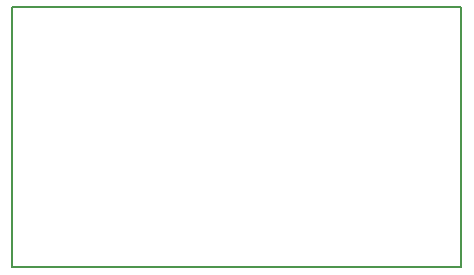
<source format=gbr>
G04 #@! TF.GenerationSoftware,KiCad,Pcbnew,(5.0.0)*
G04 #@! TF.CreationDate,2018-08-26T21:31:10+02:00*
G04 #@! TF.ProjectId,1u_lpg,31755F6C70672E6B696361645F706362,rev?*
G04 #@! TF.SameCoordinates,Original*
G04 #@! TF.FileFunction,Profile,NP*
%FSLAX46Y46*%
G04 Gerber Fmt 4.6, Leading zero omitted, Abs format (unit mm)*
G04 Created by KiCad (PCBNEW (5.0.0)) date 08/26/18 21:31:10*
%MOMM*%
%LPD*%
G01*
G04 APERTURE LIST*
%ADD10C,0.200000*%
G04 APERTURE END LIST*
D10*
X38000000Y0D02*
X0Y0D01*
X38000000Y-22000000D02*
X38000000Y0D01*
X0Y-22000000D02*
X38000000Y-22000000D01*
X0Y0D02*
X0Y-22000000D01*
M02*

</source>
